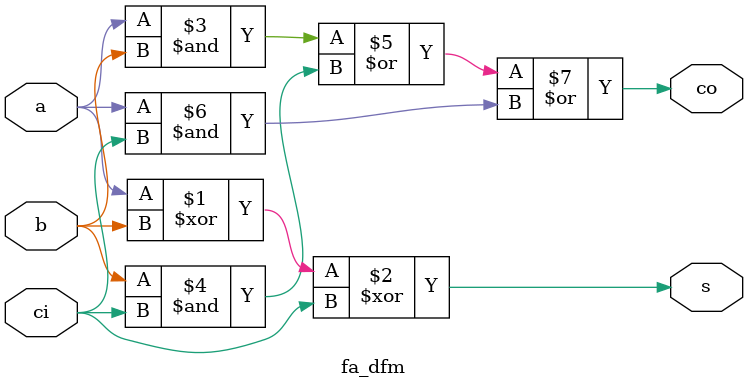
<source format=v>
module fa_dfm(a,b,ci,s,co);

input a,b,ci;
output s,co;

assign s=a^b^ci;
assign co=(a&b)|(b&ci)|(a&ci);

endmodule
</source>
